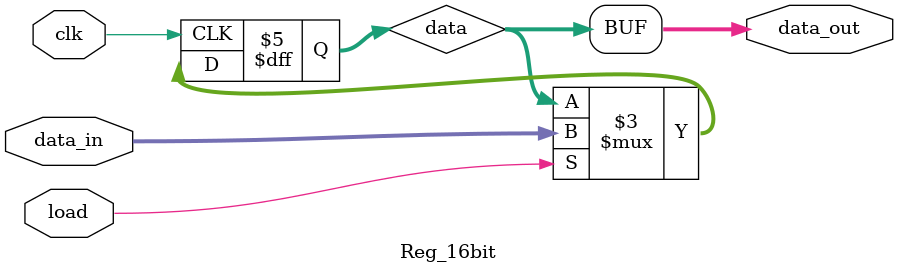
<source format=v>
`timescale 1ns / 1ps
module Reg_16bit(clk, load, data_in, data_out);
	input				clk, load;
	input	 [15:0]	data_in;
	output [15:0]	data_out;
	reg	 [15:0]	data=0;		
	always@(posedge clk) if(load) data<=data_in;
	assign data_out = data;
endmodule

</source>
